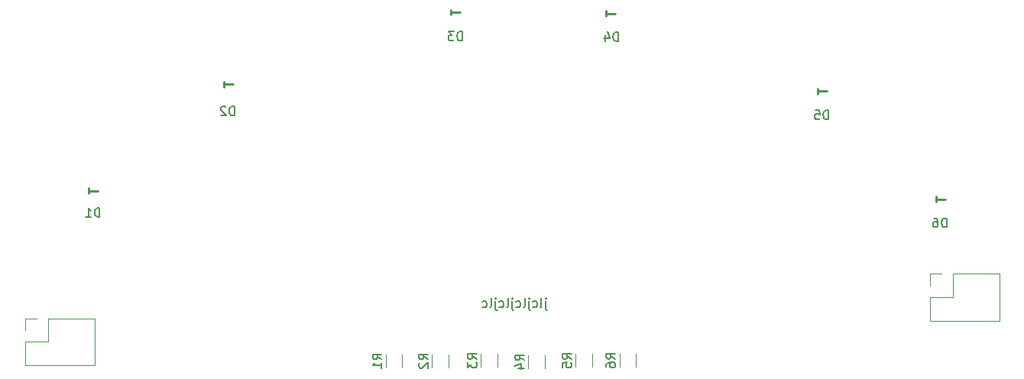
<source format=gbo>
%TF.GenerationSoftware,KiCad,Pcbnew,(6.0.4-0)*%
%TF.CreationDate,2022-05-11T16:30:09-04:00*%
%TF.ProjectId,sky_base,736b795f-6261-4736-952e-6b696361645f,v02*%
%TF.SameCoordinates,Original*%
%TF.FileFunction,Legend,Bot*%
%TF.FilePolarity,Positive*%
%FSLAX46Y46*%
G04 Gerber Fmt 4.6, Leading zero omitted, Abs format (unit mm)*
G04 Created by KiCad (PCBNEW (6.0.4-0)) date 2022-05-11 16:30:09*
%MOMM*%
%LPD*%
G01*
G04 APERTURE LIST*
%ADD10C,0.150000*%
%ADD11C,0.250000*%
%ADD12C,0.120000*%
G04 APERTURE END LIST*
D10*
X152066190Y-107735714D02*
X152066190Y-108592857D01*
X152113809Y-108688095D01*
X152209047Y-108735714D01*
X152256666Y-108735714D01*
X152066190Y-107402380D02*
X152113809Y-107450000D01*
X152066190Y-107497619D01*
X152018571Y-107450000D01*
X152066190Y-107402380D01*
X152066190Y-107497619D01*
X151447142Y-108402380D02*
X151542380Y-108354761D01*
X151590000Y-108259523D01*
X151590000Y-107402380D01*
X150637619Y-108354761D02*
X150732857Y-108402380D01*
X150923333Y-108402380D01*
X151018571Y-108354761D01*
X151066190Y-108307142D01*
X151113809Y-108211904D01*
X151113809Y-107926190D01*
X151066190Y-107830952D01*
X151018571Y-107783333D01*
X150923333Y-107735714D01*
X150732857Y-107735714D01*
X150637619Y-107783333D01*
X150209047Y-107735714D02*
X150209047Y-108592857D01*
X150256666Y-108688095D01*
X150351904Y-108735714D01*
X150399523Y-108735714D01*
X150209047Y-107402380D02*
X150256666Y-107450000D01*
X150209047Y-107497619D01*
X150161428Y-107450000D01*
X150209047Y-107402380D01*
X150209047Y-107497619D01*
X149590000Y-108402380D02*
X149685238Y-108354761D01*
X149732857Y-108259523D01*
X149732857Y-107402380D01*
X148780476Y-108354761D02*
X148875714Y-108402380D01*
X149066190Y-108402380D01*
X149161428Y-108354761D01*
X149209047Y-108307142D01*
X149256666Y-108211904D01*
X149256666Y-107926190D01*
X149209047Y-107830952D01*
X149161428Y-107783333D01*
X149066190Y-107735714D01*
X148875714Y-107735714D01*
X148780476Y-107783333D01*
X148351904Y-107735714D02*
X148351904Y-108592857D01*
X148399523Y-108688095D01*
X148494761Y-108735714D01*
X148542380Y-108735714D01*
X148351904Y-107402380D02*
X148399523Y-107450000D01*
X148351904Y-107497619D01*
X148304285Y-107450000D01*
X148351904Y-107402380D01*
X148351904Y-107497619D01*
X147732857Y-108402380D02*
X147828095Y-108354761D01*
X147875714Y-108259523D01*
X147875714Y-107402380D01*
X146923333Y-108354761D02*
X147018571Y-108402380D01*
X147209047Y-108402380D01*
X147304285Y-108354761D01*
X147351904Y-108307142D01*
X147399523Y-108211904D01*
X147399523Y-107926190D01*
X147351904Y-107830952D01*
X147304285Y-107783333D01*
X147209047Y-107735714D01*
X147018571Y-107735714D01*
X146923333Y-107783333D01*
X146494761Y-107735714D02*
X146494761Y-108592857D01*
X146542380Y-108688095D01*
X146637619Y-108735714D01*
X146685238Y-108735714D01*
X146494761Y-107402380D02*
X146542380Y-107450000D01*
X146494761Y-107497619D01*
X146447142Y-107450000D01*
X146494761Y-107402380D01*
X146494761Y-107497619D01*
X145875714Y-108402380D02*
X145970952Y-108354761D01*
X146018571Y-108259523D01*
X146018571Y-107402380D01*
X145066190Y-108354761D02*
X145161428Y-108402380D01*
X145351904Y-108402380D01*
X145447142Y-108354761D01*
X145494761Y-108307142D01*
X145542380Y-108211904D01*
X145542380Y-107926190D01*
X145494761Y-107830952D01*
X145447142Y-107783333D01*
X145351904Y-107735714D01*
X145161428Y-107735714D01*
X145066190Y-107783333D01*
%TO.C,D3*%
X142807098Y-78858592D02*
X142807098Y-77858592D01*
X142569003Y-77858592D01*
X142426145Y-77906212D01*
X142330907Y-78001450D01*
X142283288Y-78096688D01*
X142235669Y-78287164D01*
X142235669Y-78430021D01*
X142283288Y-78620497D01*
X142330907Y-78715735D01*
X142426145Y-78810973D01*
X142569003Y-78858592D01*
X142807098Y-78858592D01*
X141902336Y-77858592D02*
X141283288Y-77858592D01*
X141616622Y-78239545D01*
X141473764Y-78239545D01*
X141378526Y-78287164D01*
X141330907Y-78334783D01*
X141283288Y-78430021D01*
X141283288Y-78668116D01*
X141330907Y-78763354D01*
X141378526Y-78810973D01*
X141473764Y-78858592D01*
X141759479Y-78858592D01*
X141854717Y-78810973D01*
X141902336Y-78763354D01*
D11*
X141547713Y-75420076D02*
X141547713Y-75991505D01*
X142547713Y-75705791D02*
X141547713Y-75705791D01*
D10*
%TO.C,D6*%
X196484668Y-99533332D02*
X196484668Y-98533332D01*
X196246573Y-98533332D01*
X196103715Y-98580952D01*
X196008477Y-98676190D01*
X195960858Y-98771428D01*
X195913239Y-98961904D01*
X195913239Y-99104761D01*
X195960858Y-99295237D01*
X196008477Y-99390475D01*
X196103715Y-99485713D01*
X196246573Y-99533332D01*
X196484668Y-99533332D01*
X195056096Y-98533332D02*
X195246573Y-98533332D01*
X195341811Y-98580952D01*
X195389430Y-98628571D01*
X195484668Y-98771428D01*
X195532287Y-98961904D01*
X195532287Y-99342856D01*
X195484668Y-99438094D01*
X195437049Y-99485713D01*
X195341811Y-99533332D01*
X195151334Y-99533332D01*
X195056096Y-99485713D01*
X195008477Y-99438094D01*
X194960858Y-99342856D01*
X194960858Y-99104761D01*
X195008477Y-99009523D01*
X195056096Y-98961904D01*
X195151334Y-98914285D01*
X195341811Y-98914285D01*
X195437049Y-98961904D01*
X195484668Y-99009523D01*
X195532287Y-99104761D01*
D11*
X195305095Y-96138032D02*
X195305095Y-96709461D01*
X196305095Y-96423747D02*
X195305095Y-96423747D01*
D10*
%TO.C,D5*%
X183396854Y-87576032D02*
X183396854Y-86576032D01*
X183158759Y-86576032D01*
X183015901Y-86623652D01*
X182920663Y-86718890D01*
X182873044Y-86814128D01*
X182825425Y-87004604D01*
X182825425Y-87147461D01*
X182873044Y-87337937D01*
X182920663Y-87433175D01*
X183015901Y-87528413D01*
X183158759Y-87576032D01*
X183396854Y-87576032D01*
X181920663Y-86576032D02*
X182396854Y-86576032D01*
X182444473Y-87052223D01*
X182396854Y-87004604D01*
X182301616Y-86956985D01*
X182063520Y-86956985D01*
X181968282Y-87004604D01*
X181920663Y-87052223D01*
X181873044Y-87147461D01*
X181873044Y-87385556D01*
X181920663Y-87480794D01*
X181968282Y-87528413D01*
X182063520Y-87576032D01*
X182301616Y-87576032D01*
X182396854Y-87528413D01*
X182444473Y-87480794D01*
D11*
X182187092Y-84172002D02*
X182187092Y-84743431D01*
X183187092Y-84457717D02*
X182187092Y-84457717D01*
D10*
%TO.C,R6*%
X159774626Y-114104626D02*
X159298436Y-113771293D01*
X159774626Y-113533197D02*
X158774626Y-113533197D01*
X158774626Y-113914150D01*
X158822246Y-114009388D01*
X158869865Y-114057007D01*
X158965103Y-114104626D01*
X159107960Y-114104626D01*
X159203198Y-114057007D01*
X159250817Y-114009388D01*
X159298436Y-113914150D01*
X159298436Y-113533197D01*
X158774626Y-114961769D02*
X158774626Y-114771293D01*
X158822246Y-114676054D01*
X158869865Y-114628435D01*
X159012722Y-114533197D01*
X159203198Y-114485578D01*
X159584150Y-114485578D01*
X159679388Y-114533197D01*
X159727007Y-114580816D01*
X159774626Y-114676054D01*
X159774626Y-114866531D01*
X159727007Y-114961769D01*
X159679388Y-115009388D01*
X159584150Y-115057007D01*
X159346055Y-115057007D01*
X159250817Y-115009388D01*
X159203198Y-114961769D01*
X159155579Y-114866531D01*
X159155579Y-114676054D01*
X159203198Y-114580816D01*
X159250817Y-114533197D01*
X159346055Y-114485578D01*
%TO.C,D4*%
X160084141Y-78905669D02*
X160084141Y-77905669D01*
X159846046Y-77905669D01*
X159703188Y-77953289D01*
X159607950Y-78048527D01*
X159560331Y-78143765D01*
X159512712Y-78334241D01*
X159512712Y-78477098D01*
X159560331Y-78667574D01*
X159607950Y-78762812D01*
X159703188Y-78858050D01*
X159846046Y-78905669D01*
X160084141Y-78905669D01*
X158655569Y-78239003D02*
X158655569Y-78905669D01*
X158893665Y-77858050D02*
X159131760Y-78572336D01*
X158512712Y-78572336D01*
D11*
X158747150Y-75572284D02*
X158747150Y-76143713D01*
X159747150Y-75857999D02*
X158747150Y-75857999D01*
D10*
%TO.C,R5*%
X154926106Y-114133333D02*
X154449916Y-113800000D01*
X154926106Y-113561904D02*
X153926106Y-113561904D01*
X153926106Y-113942857D01*
X153973726Y-114038095D01*
X154021345Y-114085714D01*
X154116583Y-114133333D01*
X154259440Y-114133333D01*
X154354678Y-114085714D01*
X154402297Y-114038095D01*
X154449916Y-113942857D01*
X154449916Y-113561904D01*
X153926106Y-115038095D02*
X153926106Y-114561904D01*
X154402297Y-114514285D01*
X154354678Y-114561904D01*
X154307059Y-114657142D01*
X154307059Y-114895238D01*
X154354678Y-114990476D01*
X154402297Y-115038095D01*
X154497535Y-115085714D01*
X154735630Y-115085714D01*
X154830868Y-115038095D01*
X154878487Y-114990476D01*
X154926106Y-114895238D01*
X154926106Y-114657142D01*
X154878487Y-114561904D01*
X154830868Y-114514285D01*
%TO.C,D2*%
X117574142Y-87144041D02*
X117574142Y-86144041D01*
X117336047Y-86144041D01*
X117193189Y-86191661D01*
X117097951Y-86286899D01*
X117050332Y-86382137D01*
X117002713Y-86572613D01*
X117002713Y-86715470D01*
X117050332Y-86905946D01*
X117097951Y-87001184D01*
X117193189Y-87096422D01*
X117336047Y-87144041D01*
X117574142Y-87144041D01*
X116621761Y-86239280D02*
X116574142Y-86191661D01*
X116478904Y-86144041D01*
X116240808Y-86144041D01*
X116145570Y-86191661D01*
X116097951Y-86239280D01*
X116050332Y-86334518D01*
X116050332Y-86429756D01*
X116097951Y-86572613D01*
X116669380Y-87144041D01*
X116050332Y-87144041D01*
D11*
X116407001Y-83410965D02*
X116407001Y-83982394D01*
X117407001Y-83696680D02*
X116407001Y-83696680D01*
D10*
%TO.C,R3*%
X144416958Y-114133333D02*
X143940768Y-113800000D01*
X144416958Y-113561904D02*
X143416958Y-113561904D01*
X143416958Y-113942857D01*
X143464578Y-114038095D01*
X143512197Y-114085714D01*
X143607435Y-114133333D01*
X143750292Y-114133333D01*
X143845530Y-114085714D01*
X143893149Y-114038095D01*
X143940768Y-113942857D01*
X143940768Y-113561904D01*
X143416958Y-114466666D02*
X143416958Y-115085714D01*
X143797911Y-114752380D01*
X143797911Y-114895238D01*
X143845530Y-114990476D01*
X143893149Y-115038095D01*
X143988387Y-115085714D01*
X144226482Y-115085714D01*
X144321720Y-115038095D01*
X144369339Y-114990476D01*
X144416958Y-114895238D01*
X144416958Y-114609523D01*
X144369339Y-114514285D01*
X144321720Y-114466666D01*
%TO.C,R1*%
X133889169Y-114186499D02*
X133412979Y-113853166D01*
X133889169Y-113615070D02*
X132889169Y-113615070D01*
X132889169Y-113996023D01*
X132936789Y-114091261D01*
X132984408Y-114138880D01*
X133079646Y-114186499D01*
X133222503Y-114186499D01*
X133317741Y-114138880D01*
X133365360Y-114091261D01*
X133412979Y-113996023D01*
X133412979Y-113615070D01*
X133889169Y-115138880D02*
X133889169Y-114567451D01*
X133889169Y-114853166D02*
X132889169Y-114853166D01*
X133032027Y-114757927D01*
X133127265Y-114662689D01*
X133174884Y-114567451D01*
%TO.C,D1*%
X102650919Y-98395303D02*
X102650919Y-97395303D01*
X102412824Y-97395303D01*
X102269966Y-97442923D01*
X102174728Y-97538161D01*
X102127109Y-97633399D01*
X102079490Y-97823875D01*
X102079490Y-97966732D01*
X102127109Y-98157208D01*
X102174728Y-98252446D01*
X102269966Y-98347684D01*
X102412824Y-98395303D01*
X102650919Y-98395303D01*
X101127109Y-98395303D02*
X101698538Y-98395303D01*
X101412824Y-98395303D02*
X101412824Y-97395303D01*
X101508062Y-97538161D01*
X101603300Y-97633399D01*
X101698538Y-97681018D01*
D11*
X101441060Y-95207040D02*
X101441060Y-95778469D01*
X102441060Y-95492755D02*
X101441060Y-95492755D01*
D10*
%TO.C,R4*%
X149671532Y-114269816D02*
X149195342Y-113936483D01*
X149671532Y-113698387D02*
X148671532Y-113698387D01*
X148671532Y-114079340D01*
X148719152Y-114174578D01*
X148766771Y-114222197D01*
X148862009Y-114269816D01*
X149004866Y-114269816D01*
X149100104Y-114222197D01*
X149147723Y-114174578D01*
X149195342Y-114079340D01*
X149195342Y-113698387D01*
X149004866Y-115126959D02*
X149671532Y-115126959D01*
X148623913Y-114888863D02*
X149338199Y-114650768D01*
X149338199Y-115269816D01*
%TO.C,R2*%
X139025901Y-114182026D02*
X138549711Y-113848693D01*
X139025901Y-113610597D02*
X138025901Y-113610597D01*
X138025901Y-113991550D01*
X138073521Y-114086788D01*
X138121140Y-114134407D01*
X138216378Y-114182026D01*
X138359235Y-114182026D01*
X138454473Y-114134407D01*
X138502092Y-114086788D01*
X138549711Y-113991550D01*
X138549711Y-113610597D01*
X138121140Y-114562978D02*
X138073521Y-114610597D01*
X138025901Y-114705835D01*
X138025901Y-114943931D01*
X138073521Y-115039169D01*
X138121140Y-115086788D01*
X138216378Y-115134407D01*
X138311616Y-115134407D01*
X138454473Y-115086788D01*
X139025901Y-114515359D01*
X139025901Y-115134407D01*
D12*
%TO.C,J3*%
X95701555Y-109632504D02*
X94371555Y-109632504D01*
X94371555Y-114832504D02*
X102111555Y-114832504D01*
X96971555Y-109632504D02*
X96971555Y-112232504D01*
X96971555Y-112232504D02*
X94371555Y-112232504D01*
X94371555Y-109632504D02*
X94371555Y-110962504D01*
X102111555Y-109632504D02*
X102111555Y-114832504D01*
X96971555Y-109632504D02*
X102111555Y-109632504D01*
X94371555Y-112232504D02*
X94371555Y-114832504D01*
%TO.C,J1*%
X202349062Y-104693449D02*
X202349062Y-109893449D01*
X194609062Y-109893449D02*
X202349062Y-109893449D01*
X197209062Y-104693449D02*
X197209062Y-107293449D01*
X197209062Y-107293449D02*
X194609062Y-107293449D01*
X195939062Y-104693449D02*
X194609062Y-104693449D01*
X194609062Y-107293449D02*
X194609062Y-109893449D01*
X197209062Y-104693449D02*
X202349062Y-104693449D01*
X194609062Y-104693449D02*
X194609062Y-106023449D01*
%TO.C,R6*%
X162052246Y-113544229D02*
X162052246Y-114998357D01*
X160232246Y-113544229D02*
X160232246Y-114998357D01*
%TO.C,R5*%
X157203726Y-113572936D02*
X157203726Y-115027064D01*
X155383726Y-113572936D02*
X155383726Y-115027064D01*
%TO.C,R3*%
X144874578Y-113572936D02*
X144874578Y-115027064D01*
X146694578Y-113572936D02*
X146694578Y-115027064D01*
%TO.C,R1*%
X134346789Y-113626102D02*
X134346789Y-115080230D01*
X136166789Y-113626102D02*
X136166789Y-115080230D01*
%TO.C,R4*%
X151949152Y-113709419D02*
X151949152Y-115163547D01*
X150129152Y-113709419D02*
X150129152Y-115163547D01*
%TO.C,R2*%
X141303521Y-113621629D02*
X141303521Y-115075757D01*
X139483521Y-113621629D02*
X139483521Y-115075757D01*
%TD*%
M02*

</source>
